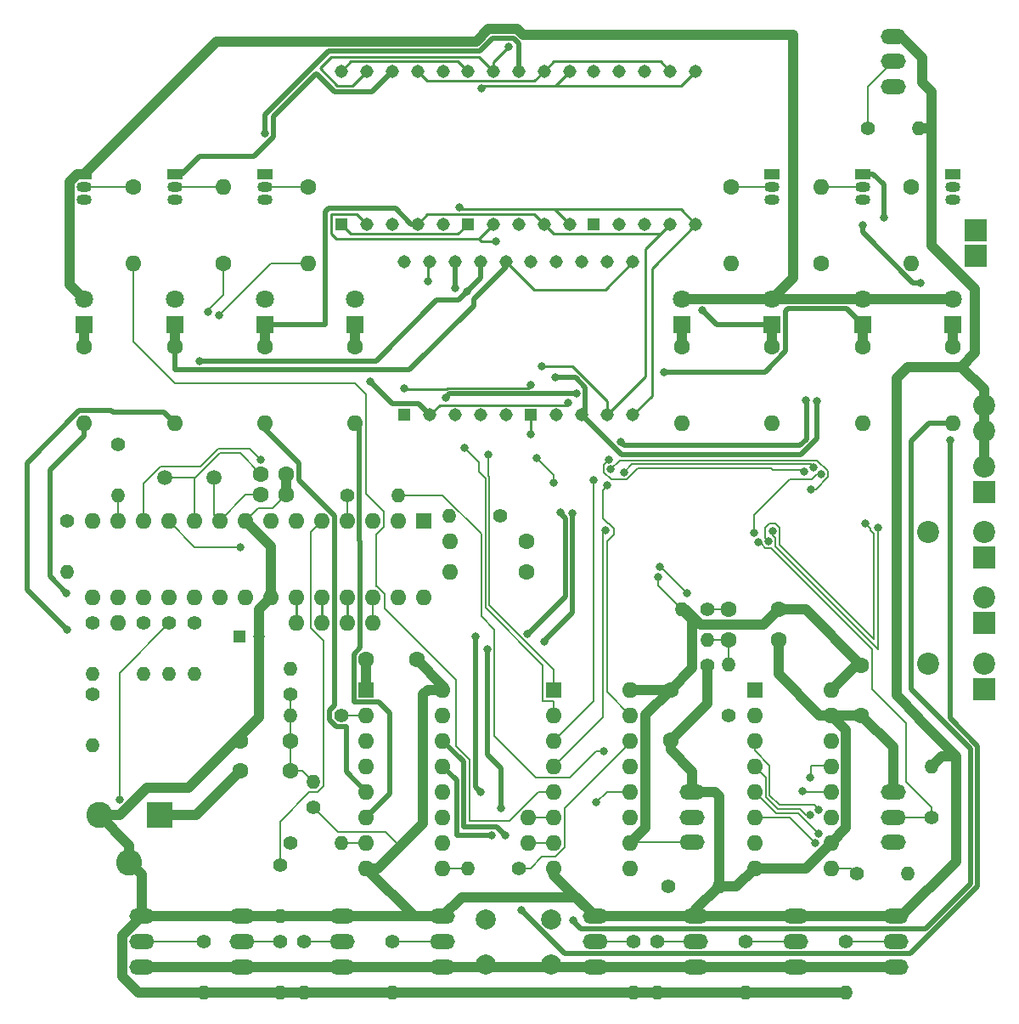
<source format=gbr>
%TF.GenerationSoftware,KiCad,Pcbnew,7.0.10*%
%TF.CreationDate,2024-03-01T17:05:21+01:00*%
%TF.ProjectId,8_switch_rgb_pcb_revision_1,385f7377-6974-4636-985f-7267625f7063,rev?*%
%TF.SameCoordinates,Original*%
%TF.FileFunction,Copper,L1,Top*%
%TF.FilePolarity,Positive*%
%FSLAX46Y46*%
G04 Gerber Fmt 4.6, Leading zero omitted, Abs format (unit mm)*
G04 Created by KiCad (PCBNEW 7.0.10) date 2024-03-01 17:05:21*
%MOMM*%
%LPD*%
G01*
G04 APERTURE LIST*
%TA.AperFunction,ComponentPad*%
%ADD10R,2.200000X2.200000*%
%TD*%
%TA.AperFunction,ComponentPad*%
%ADD11C,2.200000*%
%TD*%
%TA.AperFunction,ComponentPad*%
%ADD12C,1.400000*%
%TD*%
%TA.AperFunction,ComponentPad*%
%ADD13O,1.400000X1.400000*%
%TD*%
%TA.AperFunction,ComponentPad*%
%ADD14C,1.600000*%
%TD*%
%TA.AperFunction,ComponentPad*%
%ADD15O,2.500000X1.500000*%
%TD*%
%TA.AperFunction,ComponentPad*%
%ADD16R,1.800000X1.800000*%
%TD*%
%TA.AperFunction,ComponentPad*%
%ADD17C,1.800000*%
%TD*%
%TA.AperFunction,ComponentPad*%
%ADD18R,1.500000X1.050000*%
%TD*%
%TA.AperFunction,ComponentPad*%
%ADD19O,1.500000X1.050000*%
%TD*%
%TA.AperFunction,ComponentPad*%
%ADD20O,1.600000X1.600000*%
%TD*%
%TA.AperFunction,ComponentPad*%
%ADD21R,2.600000X2.600000*%
%TD*%
%TA.AperFunction,ComponentPad*%
%ADD22C,2.600000*%
%TD*%
%TA.AperFunction,ComponentPad*%
%ADD23R,1.308000X1.308000*%
%TD*%
%TA.AperFunction,ComponentPad*%
%ADD24C,1.308000*%
%TD*%
%TA.AperFunction,ComponentPad*%
%ADD25R,1.200000X1.200000*%
%TD*%
%TA.AperFunction,ComponentPad*%
%ADD26C,1.200000*%
%TD*%
%TA.AperFunction,ComponentPad*%
%ADD27R,1.600000X1.600000*%
%TD*%
%TA.AperFunction,ComponentPad*%
%ADD28C,2.000000*%
%TD*%
%TA.AperFunction,ComponentPad*%
%ADD29C,1.500000*%
%TD*%
%TA.AperFunction,ViaPad*%
%ADD30C,0.800000*%
%TD*%
%TA.AperFunction,Conductor*%
%ADD31C,1.000000*%
%TD*%
%TA.AperFunction,Conductor*%
%ADD32C,0.500000*%
%TD*%
%TA.AperFunction,Conductor*%
%ADD33C,0.200000*%
%TD*%
%TA.AperFunction,Conductor*%
%ADD34C,0.250000*%
%TD*%
G04 APERTURE END LIST*
D10*
%TO.P,,1,Pin_1*%
%TO.N,+5V*%
X203040000Y-74640000D03*
%TD*%
%TO.P,,1,Pin_1*%
%TO.N,+5V*%
X203040000Y-77180000D03*
%TD*%
D11*
%TO.P,,2,Pin_2*%
%TO.N,GND*%
X203880000Y-92040000D03*
%TD*%
%TO.P,,2,Pin_2*%
%TO.N,GND*%
X203880000Y-94580000D03*
%TD*%
D12*
%TO.P,R18,1*%
%TO.N,Net-(MCU_1-PD2)*%
X140385000Y-101060000D03*
D13*
%TO.P,R18,2*%
%TO.N,Net-(U_Trans1-~{OE})*%
X145465000Y-101060000D03*
%TD*%
D12*
%TO.P,R16,1*%
%TO.N,Net-(MCU_1-PB4)*%
X122605000Y-113760000D03*
D13*
%TO.P,R16,2*%
%TO.N,GND*%
X122605000Y-118840000D03*
%TD*%
D14*
%TO.P,CU_BUTTONS1,1*%
%TO.N,GND*%
X191660000Y-122940000D03*
%TO.P,CU_BUTTONS1,2*%
%TO.N,+5V*%
X191660000Y-117940000D03*
%TD*%
D15*
%TO.P,SW__WR1,1,A*%
%TO.N,GND*%
X194820000Y-130600000D03*
%TO.P,SW__WR1,2,B*%
%TO.N,Net-(MCU_1-PC4)*%
X194820000Y-133100000D03*
%TO.P,SW__WR1,3,C*%
%TO.N,+5V*%
X194820000Y-135600000D03*
%TD*%
D14*
%TO.P,C1,1*%
%TO.N,GND*%
X134310000Y-101000000D03*
%TO.P,C1,2*%
%TO.N,Net-(MCU_1-XTAL1{slash}PB6)*%
X131810000Y-101000000D03*
%TD*%
D10*
%TO.P,PWR_Screw1,1,Pin_1*%
%TO.N,+5V*%
X203880000Y-100700000D03*
D11*
%TO.P,PWR_Screw1,2,Pin_2*%
%TO.N,GND*%
X203880000Y-98160000D03*
%TD*%
D15*
%TO.P,SW0,1,A*%
%TO.N,GND*%
X119880000Y-143000000D03*
%TO.P,SW0,2,B*%
%TO.N,Net-(SW0-B)*%
X119880000Y-145500000D03*
%TO.P,SW0,3,C*%
%TO.N,+5V*%
X119880000Y-148000000D03*
%TD*%
D12*
%TO.P,R23,1*%
%TO.N,GND*%
X176310000Y-117950000D03*
D13*
%TO.P,R23,2*%
%TO.N,Net-(C_TERM_GND0-Pad2)*%
X176310000Y-115410000D03*
%TD*%
D10*
%TO.P,RGB1,1,Pin_1*%
%TO.N,Net-(RGB1-Pin_1)*%
X203880000Y-107240000D03*
D11*
%TO.P,RGB1,2,Pin_2*%
%TO.N,unconnected-(RGB1-Pin_2-Pad2)*%
X203880000Y-104700000D03*
%TD*%
D12*
%TO.P,R38,1*%
%TO.N,Net-(C_TERM_GND1-Pad2)*%
X134730000Y-120840000D03*
D13*
%TO.P,R38,2*%
%TO.N,+5V*%
X134730000Y-118300000D03*
%TD*%
D16*
%TO.P,D5,1,K*%
%TO.N,Net-(D5-K)*%
X182780000Y-84030000D03*
D17*
%TO.P,D5,2,A*%
%TO.N,Net-(D0-A)*%
X182780000Y-81490000D03*
%TD*%
D18*
%TO.P,T_DEC_0,1,E*%
%TO.N,Net-(T_DEC_0-E)*%
X123180000Y-69030000D03*
D19*
%TO.P,T_DEC_0,2,B*%
%TO.N,Net-(T_DEC_0-B)*%
X123180000Y-70300000D03*
%TO.P,T_DEC_0,3,C*%
%TO.N,+5V*%
X123180000Y-71570000D03*
%TD*%
D14*
%TO.P,R2,1*%
%TO.N,Net-(T_DEC_1-B)*%
X136540000Y-70300000D03*
D20*
%TO.P,R2,2*%
%TO.N,Net-(U_Trans1-QB)*%
X136540000Y-77920000D03*
%TD*%
D12*
%TO.P,R44,1*%
%TO.N,Net-(U2-Q7)*%
X191170000Y-138750000D03*
D13*
%TO.P,R44,2*%
%TO.N,Net-(MCU_1-PB4)*%
X196250000Y-138750000D03*
%TD*%
D21*
%TO.P,DC-In1,1*%
%TO.N,+5V*%
X121680000Y-132900000D03*
D22*
%TO.P,DC-In1,2*%
%TO.N,GND*%
X115680000Y-132900000D03*
%TO.P,DC-In1,3*%
X118680000Y-137600000D03*
%TD*%
D14*
%TO.P,C_DRAIN0,1*%
%TO.N,+5V*%
X172660000Y-120400000D03*
%TO.P,C_DRAIN0,2*%
%TO.N,GND*%
X172660000Y-125400000D03*
%TD*%
D12*
%TO.P,R29,1*%
%TO.N,Net-(SW6-B)*%
X180120000Y-145500000D03*
D13*
%TO.P,R29,2*%
%TO.N,GND*%
X180120000Y-150580000D03*
%TD*%
D12*
%TO.P,R32,1*%
%TO.N,Net-(SW1-B)*%
X133680000Y-145500000D03*
D13*
%TO.P,R32,2*%
%TO.N,GND*%
X133680000Y-150580000D03*
%TD*%
D14*
%TO.P,C_TERM_VCC0,1*%
%TO.N,Net-(C_TERM_GND0-Pad2)*%
X178410000Y-112410000D03*
%TO.P,C_TERM_VCC0,2*%
%TO.N,+5V*%
X183410000Y-112410000D03*
%TD*%
D23*
%TO.P,hex_1,1*%
%TO.N,Net-(D4-K)*%
X158700000Y-93020000D03*
D24*
%TO.P,hex_1,2*%
%TO.N,Net-(D3-K)*%
X161240000Y-93020000D03*
%TO.P,hex_1,3,CA*%
%TO.N,Net-(T_HEX_1-E)*%
X163780000Y-93020000D03*
%TO.P,hex_1,4*%
%TO.N,Net-(D2-K)*%
X166320000Y-93020000D03*
%TO.P,hex_1,5*%
%TO.N,Net-(D7-K)*%
X168860000Y-93020000D03*
%TO.P,hex_1,6*%
%TO.N,Net-(D1-K)*%
X168860000Y-77780000D03*
%TO.P,hex_1,7*%
%TO.N,Net-(D0-K)*%
X166320000Y-77780000D03*
%TO.P,hex_1,8,CA*%
%TO.N,Net-(T_HEX_1-E)*%
X163780000Y-77780000D03*
%TO.P,hex_1,9*%
%TO.N,Net-(D5-K)*%
X161240000Y-77780000D03*
%TO.P,hex_1,10*%
%TO.N,Net-(D6-K)*%
X158700000Y-77780000D03*
%TD*%
D14*
%TO.P,R19,1*%
%TO.N,Net-(T_HEX_1-B)*%
X196640000Y-70300000D03*
D20*
%TO.P,R19,2*%
%TO.N,Net-(U_Trans1-QE)*%
X196640000Y-77920000D03*
%TD*%
D12*
%TO.P,R35,1*%
%TO.N,Net-(C_TERM_GND0-Pad2)*%
X176310000Y-112410000D03*
D13*
%TO.P,R35,2*%
%TO.N,+5V*%
X173770000Y-112410000D03*
%TD*%
D16*
%TO.P,D7,1,K*%
%TO.N,Net-(D7-K)*%
X200780000Y-84030000D03*
D17*
%TO.P,D7,2,A*%
%TO.N,Net-(D0-A)*%
X200780000Y-81490000D03*
%TD*%
D16*
%TO.P,D4,1,K*%
%TO.N,Net-(D4-K)*%
X173780000Y-84030000D03*
D17*
%TO.P,D4,2,A*%
%TO.N,Net-(D0-A)*%
X173780000Y-81490000D03*
%TD*%
D14*
%TO.P,R20,1*%
%TO.N,Net-(RGB1-Pin_1)*%
X158275000Y-105650000D03*
D20*
%TO.P,R20,2*%
%TO.N,Net-(MCU_1-PD4)*%
X150655000Y-105650000D03*
%TD*%
D18*
%TO.P,T_HEX_0,1,E*%
%TO.N,Net-(T_HEX_0-E)*%
X191780000Y-69030000D03*
D19*
%TO.P,T_HEX_0,2,B*%
%TO.N,Net-(T_HEX_0-B)*%
X191780000Y-70300000D03*
%TO.P,T_HEX_0,3,C*%
%TO.N,+5V*%
X191780000Y-71570000D03*
%TD*%
D18*
%TO.P,T_LED1,1,E*%
%TO.N,Net-(D0-A)*%
X114180000Y-69030000D03*
D19*
%TO.P,T_LED1,2,B*%
%TO.N,Net-(T_LED1-B)*%
X114180000Y-70300000D03*
%TO.P,T_LED1,3,C*%
%TO.N,+5V*%
X114180000Y-71570000D03*
%TD*%
D15*
%TO.P,SW6,1,A*%
%TO.N,GND*%
X185120000Y-143000000D03*
%TO.P,SW6,2,B*%
%TO.N,Net-(SW6-B)*%
X185120000Y-145500000D03*
%TO.P,SW6,3,C*%
%TO.N,+5V*%
X185120000Y-148000000D03*
%TD*%
D14*
%TO.P,R6,1*%
%TO.N,Net-(D6-K)*%
X191780000Y-86230000D03*
D20*
%TO.P,R6,2*%
%TO.N,Net-(U_Drain1-DRAIN6)*%
X191780000Y-93850000D03*
%TD*%
D14*
%TO.P,R7,1*%
%TO.N,Net-(D1-K)*%
X123180000Y-86230000D03*
D20*
%TO.P,R7,2*%
%TO.N,Net-(U_Drain1-DRAIN1)*%
X123180000Y-93850000D03*
%TD*%
D14*
%TO.P,R4,1*%
%TO.N,Net-(T_LED1-B)*%
X119040000Y-70300000D03*
D20*
%TO.P,R4,2*%
%TO.N,Net-(U_Trans1-QF)*%
X119040000Y-77920000D03*
%TD*%
D15*
%TO.P,SW_Serr1,1,A*%
%TO.N,GND*%
X194840000Y-55290000D03*
%TO.P,SW_Serr1,2,B*%
%TO.N,Net-(MCU_1-PC5)*%
X194840000Y-57790000D03*
%TO.P,SW_Serr1,3,C*%
%TO.N,+5V*%
X194840000Y-60290000D03*
%TD*%
D12*
%TO.P,R45,1*%
%TO.N,Net-(U_Trans1-SER)*%
X157490000Y-138180000D03*
D13*
%TO.P,R45,2*%
%TO.N,Net-(U_Drain1-SER_OUT)*%
X152410000Y-138180000D03*
%TD*%
D12*
%TO.P,R31,1*%
%TO.N,Net-(SW2-B)*%
X136080000Y-145500000D03*
D13*
%TO.P,R31,2*%
%TO.N,GND*%
X136080000Y-150580000D03*
%TD*%
D12*
%TO.P,R36,1*%
%TO.N,Net-(U_Drain1-SER_IN)*%
X139810000Y-122940000D03*
D13*
%TO.P,R36,2*%
%TO.N,Net-(C_TERM_GND1-Pad2)*%
X134730000Y-122940000D03*
%TD*%
D25*
%TO.P,C_MCU1,1*%
%TO.N,+5V*%
X129620000Y-115090000D03*
D26*
%TO.P,C_MCU1,2*%
%TO.N,GND*%
X131620000Y-115090000D03*
%TD*%
D27*
%TO.P,U2,1,~{PL}*%
%TO.N,Net-(U2-~{PL})*%
X181010000Y-120400000D03*
D20*
%TO.P,U2,2,CP*%
%TO.N,Net-(U2-CP)*%
X181010000Y-122940000D03*
%TO.P,U2,3,D4*%
%TO.N,Net-(SW4-B)*%
X181010000Y-125480000D03*
%TO.P,U2,4,D5*%
%TO.N,Net-(SW5-B)*%
X181010000Y-128020000D03*
%TO.P,U2,5,D6*%
%TO.N,Net-(SW6-B)*%
X181010000Y-130560000D03*
%TO.P,U2,6,D7*%
%TO.N,Net-(SW7-B)*%
X181010000Y-133100000D03*
%TO.P,U2,7,~{Q7}*%
%TO.N,unconnected-(U2-~{Q7}-Pad7)*%
X181010000Y-135640000D03*
%TO.P,U2,8,GND*%
%TO.N,GND*%
X181010000Y-138180000D03*
%TO.P,U2,9,Q7*%
%TO.N,Net-(U2-Q7)*%
X188630000Y-138180000D03*
%TO.P,U2,10,DS*%
%TO.N,GND*%
X188630000Y-135640000D03*
%TO.P,U2,11,D0*%
%TO.N,Net-(SW0-B)*%
X188630000Y-133100000D03*
%TO.P,U2,12,D1*%
%TO.N,Net-(SW1-B)*%
X188630000Y-130560000D03*
%TO.P,U2,13,D2*%
%TO.N,Net-(SW2-B)*%
X188630000Y-128020000D03*
%TO.P,U2,14,D3*%
%TO.N,Net-(SW3-B)*%
X188630000Y-125480000D03*
%TO.P,U2,15,~{CE}*%
%TO.N,GND*%
X188630000Y-122940000D03*
%TO.P,U2,16,VCC*%
%TO.N,+5V*%
X188630000Y-120400000D03*
%TD*%
D12*
%TO.P,R25,1*%
%TO.N,Net-(MCU_1-PC4)*%
X198660000Y-133100000D03*
D13*
%TO.P,R25,2*%
%TO.N,GND*%
X198660000Y-128020000D03*
%TD*%
D12*
%TO.P,R39,1*%
%TO.N,Net-(U_Trans1-RCLK)*%
X114985000Y-120840000D03*
D13*
%TO.P,R39,2*%
%TO.N,Net-(U_Drain1-RCLK)*%
X114985000Y-125920000D03*
%TD*%
D23*
%TO.P,decimal_0,1*%
%TO.N,Net-(D4-K)*%
X139800000Y-74020000D03*
D24*
%TO.P,decimal_0,2*%
%TO.N,Net-(D3-K)*%
X142340000Y-74020000D03*
%TO.P,decimal_0,3,CA*%
%TO.N,Net-(T_DEC_0-E)*%
X144880000Y-74020000D03*
%TO.P,decimal_0,4*%
%TO.N,Net-(D2-K)*%
X147420000Y-74020000D03*
%TO.P,decimal_0,5*%
%TO.N,Net-(D7-K)*%
X149960000Y-74020000D03*
%TO.P,decimal_0,6*%
%TO.N,Net-(D1-K)*%
X149960000Y-58780000D03*
%TO.P,decimal_0,7*%
%TO.N,Net-(D0-K)*%
X147420000Y-58780000D03*
%TO.P,decimal_0,8,CA*%
%TO.N,Net-(T_DEC_0-E)*%
X144880000Y-58780000D03*
%TO.P,decimal_0,9*%
%TO.N,Net-(D5-K)*%
X142340000Y-58780000D03*
%TO.P,decimal_0,10*%
%TO.N,Net-(D6-K)*%
X139800000Y-58780000D03*
%TD*%
D28*
%TO.P,SW_N1,1,1*%
%TO.N,Net-(MCU_1-PD3)*%
X154230000Y-143275000D03*
X160730000Y-143275000D03*
%TO.P,SW_N1,2,2*%
%TO.N,+5V*%
X154230000Y-147775000D03*
X160730000Y-147775000D03*
%TD*%
D12*
%TO.P,R26,1*%
%TO.N,Net-(MCU_1-PC5)*%
X192270000Y-64430000D03*
D13*
%TO.P,R26,2*%
%TO.N,GND*%
X197350000Y-64430000D03*
%TD*%
D12*
%TO.P,R24,1*%
%TO.N,Net-(MCU_1-PD6)*%
X172380000Y-139970000D03*
D13*
%TO.P,R24,2*%
%TO.N,GND*%
X177460000Y-139970000D03*
%TD*%
D12*
%TO.P,R17,1*%
%TO.N,+5V*%
X155635000Y-103100000D03*
D13*
%TO.P,R17,2*%
%TO.N,Net-(MCU_1-~{RESET}{slash}PC6)*%
X150555000Y-103100000D03*
%TD*%
D12*
%TO.P,R33,1*%
%TO.N,Net-(SW7-B)*%
X190120000Y-145500000D03*
D13*
%TO.P,R33,2*%
%TO.N,GND*%
X190120000Y-150580000D03*
%TD*%
D15*
%TO.P,SW1,1,A*%
%TO.N,GND*%
X129880000Y-143000000D03*
%TO.P,SW1,2,B*%
%TO.N,Net-(SW1-B)*%
X129880000Y-145500000D03*
%TO.P,SW1,3,C*%
%TO.N,+5V*%
X129880000Y-148000000D03*
%TD*%
%TO.P,SW_Mem1,1,A*%
%TO.N,GND*%
X174820000Y-130600000D03*
%TO.P,SW_Mem1,2,B*%
%TO.N,Net-(MCU_1-PD6)*%
X174820000Y-133100000D03*
%TO.P,SW_Mem1,3,C*%
%TO.N,+5V*%
X174820000Y-135600000D03*
%TD*%
D16*
%TO.P,D3,1,K*%
%TO.N,Net-(D3-K)*%
X141180000Y-84030000D03*
D17*
%TO.P,D3,2,A*%
%TO.N,Net-(D0-A)*%
X141180000Y-81490000D03*
%TD*%
D12*
%TO.P,R43,1*%
%TO.N,Net-(MCU_1-PB0)*%
X112445000Y-103600000D03*
D13*
%TO.P,R43,2*%
%TO.N,Net-(U_Drain1-RCLK)*%
X112445000Y-108680000D03*
%TD*%
D16*
%TO.P,D1,1,K*%
%TO.N,Net-(D1-K)*%
X123180000Y-84030000D03*
D17*
%TO.P,D1,2,A*%
%TO.N,Net-(D0-A)*%
X123180000Y-81490000D03*
%TD*%
D14*
%TO.P,C2,1*%
%TO.N,Net-(MCU_1-XTAL2{slash}PB7)*%
X131810000Y-98900000D03*
%TO.P,C2,2*%
%TO.N,GND*%
X134310000Y-98900000D03*
%TD*%
D27*
%TO.P,U_Trans1,1,QB*%
%TO.N,Net-(U_Trans1-QB)*%
X161010000Y-120400000D03*
D20*
%TO.P,U_Trans1,2,QC*%
%TO.N,Net-(U_Trans1-QC)*%
X161010000Y-122940000D03*
%TO.P,U_Trans1,3,QD*%
%TO.N,Net-(U_Trans1-QD)*%
X161010000Y-125480000D03*
%TO.P,U_Trans1,4,QE*%
%TO.N,Net-(U_Trans1-QE)*%
X161010000Y-128020000D03*
%TO.P,U_Trans1,5,QF*%
%TO.N,Net-(U_Trans1-QF)*%
X161010000Y-130560000D03*
%TO.P,U_Trans1,6,QG*%
%TO.N,unconnected-(U_Trans1-QG-Pad6)*%
X161010000Y-133100000D03*
%TO.P,U_Trans1,7,QH*%
%TO.N,unconnected-(U_Trans1-QH-Pad7)*%
X161010000Y-135640000D03*
%TO.P,U_Trans1,8,GND*%
%TO.N,GND*%
X161010000Y-138180000D03*
%TO.P,U_Trans1,9,QH'*%
%TO.N,unconnected-(U_Trans1-QH'-Pad9)*%
X168630000Y-138180000D03*
%TO.P,U_Trans1,10,~{SRCLR}*%
%TO.N,+5V*%
X168630000Y-135640000D03*
%TO.P,U_Trans1,11,SRCLK*%
%TO.N,Net-(U2-CP)*%
X168630000Y-133100000D03*
%TO.P,U_Trans1,12,RCLK*%
%TO.N,Net-(U_Trans1-RCLK)*%
X168630000Y-130560000D03*
%TO.P,U_Trans1,13,~{OE}*%
%TO.N,Net-(U_Trans1-~{OE})*%
X168630000Y-128020000D03*
%TO.P,U_Trans1,14,SER*%
%TO.N,Net-(U_Trans1-SER)*%
X168630000Y-125480000D03*
%TO.P,U_Trans1,15,QA*%
%TO.N,Net-(U_Trans1-QA)*%
X168630000Y-122940000D03*
%TO.P,U_Trans1,16,VCC*%
%TO.N,+5V*%
X168630000Y-120400000D03*
%TD*%
D16*
%TO.P,D0,1,K*%
%TO.N,Net-(D0-K)*%
X114180000Y-84030000D03*
D17*
%TO.P,D0,2,A*%
%TO.N,Net-(D0-A)*%
X114180000Y-81490000D03*
%TD*%
D13*
%TO.P,R40,2*%
%TO.N,Net-(U2-CP)*%
X125145000Y-118840000D03*
D12*
%TO.P,R40,1*%
%TO.N,Net-(MCU_1-PB5)*%
X125145000Y-113760000D03*
%TD*%
D16*
%TO.P,D6,1,K*%
%TO.N,Net-(D6-K)*%
X191780000Y-84030000D03*
D17*
%TO.P,D6,2,A*%
%TO.N,Net-(D0-A)*%
X191780000Y-81490000D03*
%TD*%
D12*
%TO.P,R37,1*%
%TO.N,GND*%
X137040000Y-132120000D03*
D13*
%TO.P,R37,2*%
%TO.N,Net-(C_TERM_GND1-Pad2)*%
X137040000Y-129580000D03*
%TD*%
D12*
%TO.P,R41,1*%
%TO.N,Net-(MCU_1-PB3)*%
X120065000Y-113760000D03*
D13*
%TO.P,R41,2*%
%TO.N,Net-(U_Drain1-SER_IN)*%
X120065000Y-118840000D03*
%TD*%
D14*
%TO.P,R21,1*%
%TO.N,Net-(RGB2-Pin_1)*%
X158275000Y-108650000D03*
D20*
%TO.P,R21,2*%
%TO.N,Net-(MCU_1-PD5)*%
X150655000Y-108650000D03*
%TD*%
D12*
%TO.P,R46,1*%
%TO.N,Net-(U2-~{PL})*%
X117525000Y-95980000D03*
D13*
%TO.P,R46,2*%
%TO.N,Net-(MCU_1-PD7)*%
X117525000Y-101060000D03*
%TD*%
D27*
%TO.P,MCU_1,1,~{RESET}/PC6*%
%TO.N,Net-(MCU_1-~{RESET}{slash}PC6)*%
X148005000Y-103600000D03*
D20*
%TO.P,MCU_1,2,PD0*%
%TO.N,Net-(MCU_1-PD0)*%
X145465000Y-103600000D03*
%TO.P,MCU_1,3,PD1*%
%TO.N,Net-(MCU_1-PD1)*%
X142925000Y-103600000D03*
%TO.P,MCU_1,4,PD2*%
%TO.N,Net-(MCU_1-PD2)*%
X140385000Y-103600000D03*
%TO.P,MCU_1,5,PD3*%
%TO.N,Net-(MCU_1-PD3)*%
X137845000Y-103600000D03*
%TO.P,MCU_1,6,PD4*%
%TO.N,Net-(MCU_1-PD4)*%
X135305000Y-103600000D03*
%TO.P,MCU_1,7,VCC*%
%TO.N,+5V*%
X132765000Y-103600000D03*
%TO.P,MCU_1,8,GND*%
%TO.N,GND*%
X130225000Y-103600000D03*
%TO.P,MCU_1,9,XTAL1/PB6*%
%TO.N,Net-(MCU_1-XTAL1{slash}PB6)*%
X127685000Y-103600000D03*
%TO.P,MCU_1,10,XTAL2/PB7*%
%TO.N,Net-(MCU_1-XTAL2{slash}PB7)*%
X125145000Y-103600000D03*
%TO.P,MCU_1,11,PD5*%
%TO.N,Net-(MCU_1-PD5)*%
X122605000Y-103600000D03*
%TO.P,MCU_1,12,PD6*%
%TO.N,Net-(MCU_1-PD6)*%
X120065000Y-103600000D03*
%TO.P,MCU_1,13,PD7*%
%TO.N,Net-(MCU_1-PD7)*%
X117525000Y-103600000D03*
%TO.P,MCU_1,14,PB0*%
%TO.N,Net-(MCU_1-PB0)*%
X114985000Y-103600000D03*
%TO.P,MCU_1,15,PB1*%
%TO.N,Net-(MCU_1-PB1)*%
X114985000Y-111220000D03*
%TO.P,MCU_1,16,PB2*%
%TO.N,unconnected-(MCU_1-PB2-Pad16)*%
X117525000Y-111220000D03*
%TO.P,MCU_1,17,PB3*%
%TO.N,Net-(MCU_1-PB3)*%
X120065000Y-111220000D03*
%TO.P,MCU_1,18,PB4*%
%TO.N,Net-(MCU_1-PB4)*%
X122605000Y-111220000D03*
%TO.P,MCU_1,19,PB5*%
%TO.N,Net-(MCU_1-PB5)*%
X125145000Y-111220000D03*
%TO.P,MCU_1,20,AVCC*%
%TO.N,+5V*%
X127685000Y-111220000D03*
%TO.P,MCU_1,21,AREF*%
%TO.N,unconnected-(MCU_1-AREF-Pad21)*%
X130225000Y-111220000D03*
%TO.P,MCU_1,22,GND*%
%TO.N,GND*%
X132765000Y-111220000D03*
%TO.P,MCU_1,23,PC0*%
%TO.N,unconnected-(MCU_1-PC0-Pad23)*%
X135305000Y-111220000D03*
%TO.P,MCU_1,24,PC1*%
%TO.N,unconnected-(MCU_1-PC1-Pad24)*%
X137845000Y-111220000D03*
%TO.P,MCU_1,25,PC2*%
%TO.N,unconnected-(MCU_1-PC2-Pad25)*%
X140385000Y-111220000D03*
%TO.P,MCU_1,26,PC3*%
%TO.N,unconnected-(MCU_1-PC3-Pad26)*%
X142925000Y-111220000D03*
%TO.P,MCU_1,27,PC4*%
%TO.N,Net-(MCU_1-PC4)*%
X145465000Y-111220000D03*
%TO.P,MCU_1,28,PC5*%
%TO.N,Net-(MCU_1-PC5)*%
X148005000Y-111220000D03*
%TD*%
D12*
%TO.P,R27,1*%
%TO.N,Net-(SW4-B)*%
X168920000Y-145500000D03*
D13*
%TO.P,R27,2*%
%TO.N,GND*%
X168920000Y-150580000D03*
%TD*%
D16*
%TO.P,D2,1,K*%
%TO.N,Net-(D2-K)*%
X132180000Y-84030000D03*
D17*
%TO.P,D2,2,A*%
%TO.N,Net-(D0-A)*%
X132180000Y-81490000D03*
%TD*%
D23*
%TO.P,decimal_2,1*%
%TO.N,Net-(D4-K)*%
X165000000Y-74020000D03*
D24*
%TO.P,decimal_2,2*%
%TO.N,Net-(D3-K)*%
X167540000Y-74020000D03*
%TO.P,decimal_2,3,CA*%
%TO.N,Net-(T_DEC_2-E)*%
X170080000Y-74020000D03*
%TO.P,decimal_2,4*%
%TO.N,Net-(D2-K)*%
X172620000Y-74020000D03*
%TO.P,decimal_2,5*%
%TO.N,Net-(D7-K)*%
X175160000Y-74020000D03*
%TO.P,decimal_2,6*%
%TO.N,Net-(D1-K)*%
X175160000Y-58780000D03*
%TO.P,decimal_2,7*%
%TO.N,Net-(D0-K)*%
X172620000Y-58780000D03*
%TO.P,decimal_2,8,CA*%
%TO.N,Net-(T_DEC_2-E)*%
X170080000Y-58780000D03*
%TO.P,decimal_2,9*%
%TO.N,Net-(D5-K)*%
X167540000Y-58780000D03*
%TO.P,decimal_2,10*%
%TO.N,Net-(D6-K)*%
X165000000Y-58780000D03*
%TD*%
D12*
%TO.P,R14,1*%
%TO.N,+5V*%
X134730000Y-135640000D03*
D13*
%TO.P,R14,2*%
%TO.N,Net-(U_Drain1-~{CLR})*%
X139810000Y-135640000D03*
%TD*%
D14*
%TO.P,R12,1*%
%TO.N,Net-(D3-K)*%
X141180000Y-86230000D03*
D20*
%TO.P,R12,2*%
%TO.N,Net-(U_Drain1-DRAIN3)*%
X141180000Y-93850000D03*
%TD*%
D14*
%TO.P,C_TERM_VCC1,1*%
%TO.N,Net-(C_TERM_GND1-Pad2)*%
X134730000Y-128490000D03*
%TO.P,C_TERM_VCC1,2*%
%TO.N,+5V*%
X129730000Y-128490000D03*
%TD*%
D12*
%TO.P,R15,1*%
%TO.N,Net-(MCU_1-PD3)*%
X133680000Y-137920000D03*
D13*
%TO.P,R15,2*%
%TO.N,GND*%
X133680000Y-143000000D03*
%TD*%
D18*
%TO.P,T_DEC_1,1,E*%
%TO.N,Net-(T_DEC_1-E)*%
X132180000Y-69030000D03*
D19*
%TO.P,T_DEC_1,2,B*%
%TO.N,Net-(T_DEC_1-B)*%
X132180000Y-70300000D03*
%TO.P,T_DEC_1,3,C*%
%TO.N,+5V*%
X132180000Y-71570000D03*
%TD*%
D14*
%TO.P,R3,1*%
%TO.N,Net-(T_DEC_2-B)*%
X178640000Y-70300000D03*
D20*
%TO.P,R3,2*%
%TO.N,Net-(U_Trans1-QA)*%
X178640000Y-77920000D03*
%TD*%
D15*
%TO.P,SW4,1,A*%
%TO.N,GND*%
X165120000Y-143000000D03*
%TO.P,SW4,2,B*%
%TO.N,Net-(SW4-B)*%
X165120000Y-145500000D03*
%TO.P,SW4,3,C*%
%TO.N,+5V*%
X165120000Y-148000000D03*
%TD*%
D18*
%TO.P,T_DEC_2,1,E*%
%TO.N,Net-(T_DEC_2-E)*%
X182780000Y-69030000D03*
D19*
%TO.P,T_DEC_2,2,B*%
%TO.N,Net-(T_DEC_2-B)*%
X182780000Y-70300000D03*
%TO.P,T_DEC_2,3,C*%
%TO.N,+5V*%
X182780000Y-71570000D03*
%TD*%
D27*
%TO.P,U_Drain1,1,VCC*%
%TO.N,+5V*%
X142310000Y-120400000D03*
D20*
%TO.P,U_Drain1,2,SER_IN*%
%TO.N,Net-(U_Drain1-SER_IN)*%
X142310000Y-122940000D03*
%TO.P,U_Drain1,3,DRAIN0*%
%TO.N,Net-(U_Drain1-DRAIN0)*%
X142310000Y-125480000D03*
%TO.P,U_Drain1,4,DRAIN1*%
%TO.N,Net-(U_Drain1-DRAIN1)*%
X142310000Y-128020000D03*
%TO.P,U_Drain1,5,DRAIN2*%
%TO.N,Net-(U_Drain1-DRAIN2)*%
X142310000Y-130560000D03*
%TO.P,U_Drain1,6,DRAIN3*%
%TO.N,Net-(U_Drain1-DRAIN3)*%
X142310000Y-133100000D03*
%TO.P,U_Drain1,7,~{CLR}*%
%TO.N,Net-(U_Drain1-~{CLR})*%
X142310000Y-135640000D03*
%TO.P,U_Drain1,8,~{G}*%
%TO.N,GND*%
X142310000Y-138180000D03*
%TO.P,U_Drain1,9,SER_OUT*%
%TO.N,Net-(U_Drain1-SER_OUT)*%
X149930000Y-138180000D03*
%TO.P,U_Drain1,10,RCLK*%
%TO.N,Net-(U_Drain1-RCLK)*%
X149930000Y-135640000D03*
%TO.P,U_Drain1,11,DRAIN4*%
%TO.N,Net-(U_Drain1-DRAIN4)*%
X149930000Y-133100000D03*
%TO.P,U_Drain1,12,DRAIN5*%
%TO.N,Net-(U_Drain1-DRAIN5)*%
X149930000Y-130560000D03*
%TO.P,U_Drain1,13,DRAIN6*%
%TO.N,Net-(U_Drain1-DRAIN6)*%
X149930000Y-128020000D03*
%TO.P,U_Drain1,14,DRAIN7*%
%TO.N,Net-(U_Drain1-DRAIN7)*%
X149930000Y-125480000D03*
%TO.P,U_Drain1,15,SRCK*%
%TO.N,Net-(U2-CP)*%
X149930000Y-122940000D03*
%TO.P,U_Drain1,16,GND*%
%TO.N,GND*%
X149930000Y-120400000D03*
%TD*%
D15*
%TO.P,SW2,1,A*%
%TO.N,GND*%
X139880000Y-143000000D03*
%TO.P,SW2,2,B*%
%TO.N,Net-(SW2-B)*%
X139880000Y-145500000D03*
%TO.P,SW2,3,C*%
%TO.N,+5V*%
X139880000Y-148000000D03*
%TD*%
D18*
%TO.P,T_HEX_1,1,E*%
%TO.N,Net-(T_HEX_1-E)*%
X200780000Y-69030000D03*
D19*
%TO.P,T_HEX_1,2,B*%
%TO.N,Net-(T_HEX_1-B)*%
X200780000Y-70300000D03*
%TO.P,T_HEX_1,3,C*%
%TO.N,+5V*%
X200780000Y-71570000D03*
%TD*%
D12*
%TO.P,R22,1*%
%TO.N,Net-(U2-CP)*%
X178410000Y-122940000D03*
D13*
%TO.P,R22,2*%
%TO.N,Net-(C_TERM_GND0-Pad2)*%
X178410000Y-117860000D03*
%TD*%
D14*
%TO.P,R11,1*%
%TO.N,Net-(D7-K)*%
X200780000Y-86230000D03*
D20*
%TO.P,R11,2*%
%TO.N,Net-(U_Drain1-DRAIN7)*%
X200780000Y-93850000D03*
%TD*%
D10*
%TO.P,RGB2,1,Pin_1*%
%TO.N,Net-(RGB2-Pin_1)*%
X203880000Y-120320000D03*
D11*
%TO.P,RGB2,2,Pin_2*%
%TO.N,unconnected-(RGB2-Pin_2-Pad2)*%
X203880000Y-117780000D03*
%TD*%
D10*
%TO.P,Serial_Screw1,1,Pin_1*%
%TO.N,Net-(MCU_1-PD1)*%
X203880000Y-113780000D03*
D11*
%TO.P,Serial_Screw1,2,Pin_2*%
%TO.N,Net-(MCU_1-PD0)*%
X203880000Y-111240000D03*
%TD*%
D15*
%TO.P,SW7,1,A*%
%TO.N,GND*%
X195120000Y-143000000D03*
%TO.P,SW7,2,B*%
%TO.N,Net-(SW7-B)*%
X195120000Y-145500000D03*
%TO.P,SW7,3,C*%
%TO.N,+5V*%
X195120000Y-148000000D03*
%TD*%
D14*
%TO.P,R1,1*%
%TO.N,Net-(U_Trans1-QC)*%
X128040000Y-77920000D03*
D20*
%TO.P,R1,2*%
%TO.N,Net-(T_DEC_0-B)*%
X128040000Y-70300000D03*
%TD*%
D29*
%TO.P,Y1,1,1*%
%TO.N,Net-(MCU_1-XTAL1{slash}PB6)*%
X127090000Y-99230000D03*
%TO.P,Y1,2,2*%
%TO.N,Net-(MCU_1-XTAL2{slash}PB7)*%
X122210000Y-99230000D03*
%TD*%
D14*
%TO.P,C_TERM_GND0,1*%
%TO.N,GND*%
X183410000Y-115410000D03*
%TO.P,C_TERM_GND0,2*%
%TO.N,Net-(C_TERM_GND0-Pad2)*%
X178410000Y-115410000D03*
%TD*%
%TO.P,R8,1*%
%TO.N,Net-(D5-K)*%
X182780000Y-86230000D03*
D20*
%TO.P,R8,2*%
%TO.N,Net-(U_Drain1-DRAIN5)*%
X182780000Y-93850000D03*
%TD*%
D14*
%TO.P,R13,1*%
%TO.N,Net-(U_Trans1-QD)*%
X187640000Y-77920000D03*
D20*
%TO.P,R13,2*%
%TO.N,Net-(T_HEX_0-B)*%
X187640000Y-70300000D03*
%TD*%
D15*
%TO.P,SW5,1,A*%
%TO.N,GND*%
X175120000Y-143000000D03*
%TO.P,SW5,2,B*%
%TO.N,Net-(SW5-B)*%
X175120000Y-145500000D03*
%TO.P,SW5,3,C*%
%TO.N,+5V*%
X175120000Y-148000000D03*
%TD*%
D14*
%TO.P,R5,1*%
%TO.N,Net-(D2-K)*%
X132180000Y-86230000D03*
D20*
%TO.P,R5,2*%
%TO.N,Net-(U_Drain1-DRAIN2)*%
X132180000Y-93850000D03*
%TD*%
D14*
%TO.P,C_TERM_GND1,1*%
%TO.N,GND*%
X129730000Y-125490000D03*
%TO.P,C_TERM_GND1,2*%
%TO.N,Net-(C_TERM_GND1-Pad2)*%
X134730000Y-125490000D03*
%TD*%
%TO.P,C_TRANS1,1*%
%TO.N,+5V*%
X142310000Y-117370000D03*
%TO.P,C_TRANS1,2*%
%TO.N,GND*%
X147310000Y-117370000D03*
%TD*%
%TO.P,R10,1*%
%TO.N,Net-(D4-K)*%
X173780000Y-86230000D03*
D20*
%TO.P,R10,2*%
%TO.N,Net-(U_Drain1-DRAIN4)*%
X173780000Y-93850000D03*
%TD*%
D12*
%TO.P,R34,1*%
%TO.N,Net-(SW0-B)*%
X126080000Y-145500000D03*
D13*
%TO.P,R34,2*%
%TO.N,GND*%
X126080000Y-150580000D03*
%TD*%
D23*
%TO.P,hex_0,1*%
%TO.N,Net-(D4-K)*%
X146100000Y-93020000D03*
D24*
%TO.P,hex_0,2*%
%TO.N,Net-(D3-K)*%
X148640000Y-93020000D03*
%TO.P,hex_0,3,CA*%
%TO.N,Net-(T_HEX_0-E)*%
X151180000Y-93020000D03*
%TO.P,hex_0,4*%
%TO.N,Net-(D2-K)*%
X153720000Y-93020000D03*
%TO.P,hex_0,5*%
%TO.N,Net-(D7-K)*%
X156260000Y-93020000D03*
%TO.P,hex_0,6*%
%TO.N,Net-(D1-K)*%
X156260000Y-77780000D03*
%TO.P,hex_0,7*%
%TO.N,Net-(D0-K)*%
X153720000Y-77780000D03*
%TO.P,hex_0,8,CA*%
%TO.N,Net-(T_HEX_0-E)*%
X151180000Y-77780000D03*
%TO.P,hex_0,9*%
%TO.N,Net-(D5-K)*%
X148640000Y-77780000D03*
%TO.P,hex_0,10*%
%TO.N,Net-(D6-K)*%
X146100000Y-77780000D03*
%TD*%
D14*
%TO.P,R9,1*%
%TO.N,Net-(D0-K)*%
X114180000Y-86230000D03*
D20*
%TO.P,R9,2*%
%TO.N,Net-(U_Drain1-DRAIN0)*%
X114180000Y-93850000D03*
%TD*%
D15*
%TO.P,SW3,1,A*%
%TO.N,GND*%
X149880000Y-143000000D03*
%TO.P,SW3,2,B*%
%TO.N,Net-(SW3-B)*%
X149880000Y-145500000D03*
%TO.P,SW3,3,C*%
%TO.N,+5V*%
X149880000Y-148000000D03*
%TD*%
D12*
%TO.P,R42,1*%
%TO.N,Net-(MCU_1-PB1)*%
X114985000Y-113760000D03*
D13*
%TO.P,R42,2*%
%TO.N,Net-(U_Trans1-RCLK)*%
X114985000Y-118840000D03*
%TD*%
D12*
%TO.P,R28,1*%
%TO.N,Net-(SW3-B)*%
X144880000Y-145500000D03*
D13*
%TO.P,R28,2*%
%TO.N,GND*%
X144880000Y-150580000D03*
%TD*%
D12*
%TO.P,R30,1*%
%TO.N,Net-(SW5-B)*%
X171320000Y-145500000D03*
D13*
%TO.P,R30,2*%
%TO.N,GND*%
X171320000Y-150580000D03*
%TD*%
D23*
%TO.P,decimal_1,1*%
%TO.N,Net-(D4-K)*%
X152400000Y-74020000D03*
D24*
%TO.P,decimal_1,2*%
%TO.N,Net-(D3-K)*%
X154940000Y-74020000D03*
%TO.P,decimal_1,3,CA*%
%TO.N,Net-(T_DEC_1-E)*%
X157480000Y-74020000D03*
%TO.P,decimal_1,4*%
%TO.N,Net-(D2-K)*%
X160020000Y-74020000D03*
%TO.P,decimal_1,5*%
%TO.N,Net-(D7-K)*%
X162560000Y-74020000D03*
%TO.P,decimal_1,6*%
%TO.N,Net-(D1-K)*%
X162560000Y-58780000D03*
%TO.P,decimal_1,7*%
%TO.N,Net-(D0-K)*%
X160020000Y-58780000D03*
%TO.P,decimal_1,8,CA*%
%TO.N,Net-(T_DEC_1-E)*%
X157480000Y-58780000D03*
%TO.P,decimal_1,9*%
%TO.N,Net-(D5-K)*%
X154940000Y-58780000D03*
%TO.P,decimal_1,10*%
%TO.N,Net-(D6-K)*%
X152400000Y-58780000D03*
%TD*%
D20*
%TO.P,,16,PB2*%
%TO.N,unconnected-(MCU_1-PB2-Pad16)*%
X117525000Y-113760000D03*
%TD*%
D11*
%TO.P,,2,Pin_2*%
%TO.N,unconnected-(RGB1-Pin_2-Pad2)*%
X198340000Y-104700000D03*
%TD*%
D20*
%TO.P,,6,QG*%
%TO.N,unconnected-(U_Trans1-QG-Pad6)*%
X158470000Y-133100000D03*
%TD*%
%TO.P,,25,PC2*%
%TO.N,unconnected-(MCU_1-PC2-Pad25)*%
X140385000Y-113760000D03*
%TD*%
%TO.P,,26,PC3*%
%TO.N,unconnected-(MCU_1-PC3-Pad26)*%
X142925000Y-113760000D03*
%TD*%
D11*
%TO.P,,2,Pin_2*%
%TO.N,unconnected-(RGB2-Pin_2-Pad2)*%
X198340000Y-117780000D03*
%TD*%
D20*
%TO.P,,7,QH*%
%TO.N,unconnected-(U_Trans1-QH-Pad7)*%
X158470000Y-135640000D03*
%TD*%
%TO.P,,23,PC0*%
%TO.N,unconnected-(MCU_1-PC0-Pad23)*%
X135305000Y-113760000D03*
%TD*%
%TO.P,,24,PC1*%
%TO.N,unconnected-(MCU_1-PC1-Pad24)*%
X137845000Y-113760000D03*
%TD*%
D30*
%TO.N,Net-(SW2-B)*%
X186570000Y-129140000D03*
%TO.N,Net-(U_Trans1-~{OE})*%
X165940000Y-126530000D03*
%TO.N,Net-(D7-K)*%
X197570000Y-79860000D03*
X191790000Y-74160000D03*
%TO.N,Net-(U_Trans1-QE)*%
X166183073Y-104550000D03*
%TO.N,Net-(SW1-B)*%
X185810000Y-130500000D03*
%TO.N,Net-(SW4-B)*%
X187410000Y-132340000D03*
%TO.N,Net-(SW5-B)*%
X186539267Y-132850733D03*
%TO.N,Net-(SW6-B)*%
X187429851Y-134731268D03*
%TO.N,Net-(SW7-B)*%
X187031497Y-135648503D03*
%TO.N,+5V*%
X171410000Y-109140000D03*
%TO.N,Net-(D1-K)*%
X153820000Y-60484000D03*
%TO.N,Net-(D2-K)*%
X159800000Y-88220000D03*
%TO.N,Net-(D3-K)*%
X142660000Y-89710000D03*
X155250000Y-75724000D03*
X162415000Y-91845000D03*
%TO.N,Net-(D4-K)*%
X146120000Y-90370000D03*
X158700000Y-90070000D03*
X158670000Y-94940000D03*
%TO.N,Net-(D5-K)*%
X148420000Y-79680000D03*
X175820000Y-82590000D03*
X156470000Y-56380000D03*
%TO.N,Net-(D6-K)*%
X163290000Y-90920000D03*
X172000000Y-88735000D03*
X150200000Y-91316000D03*
%TO.N,Net-(D7-K)*%
X151560000Y-72316000D03*
%TO.N,Net-(T_DEC_1-E)*%
X132180000Y-64950000D03*
%TO.N,Net-(T_HEX_1-E)*%
X161120000Y-89310000D03*
X187241041Y-91631041D03*
%TO.N,Net-(MCU_1-PD0)*%
X167980000Y-98770000D03*
X186900000Y-98240000D03*
%TO.N,Net-(MCU_1-PD1)*%
X166674408Y-98456746D03*
X186666372Y-100430000D03*
%TO.N,Net-(MCU_1-PB4)*%
X117677182Y-131367182D03*
%TO.N,Net-(U_Trans1-QC)*%
X152070000Y-96292437D03*
X126490000Y-82770000D03*
%TO.N,Net-(U_Trans1-QB)*%
X127660000Y-83060000D03*
X154460000Y-96956746D03*
%TO.N,Net-(U_Trans1-QA)*%
X166339985Y-100071691D03*
%TO.N,Net-(U_Drain1-DRAIN6)*%
X154840000Y-134920000D03*
X157757195Y-142352805D03*
X200490000Y-95520000D03*
%TO.N,Net-(U_Drain1-DRAIN1)*%
X112490000Y-114460000D03*
%TO.N,Net-(U_Drain1-DRAIN5)*%
X161649975Y-102760025D03*
X158380000Y-114840000D03*
X153740000Y-130580000D03*
X153220000Y-115100000D03*
%TO.N,Net-(U_Drain1-DRAIN0)*%
X112417550Y-110780000D03*
%TO.N,Net-(U_Drain1-DRAIN4)*%
X160080000Y-115630000D03*
X154390000Y-116350000D03*
X155730000Y-132190000D03*
X162840000Y-102850000D03*
%TO.N,Net-(U_Drain1-DRAIN7)*%
X156190000Y-134940000D03*
X162940000Y-143420000D03*
%TO.N,Net-(U_Trans1-QD)*%
X164970000Y-99556746D03*
%TO.N,Net-(MCU_1-PC5)*%
X187645920Y-98905920D03*
X180970000Y-104792260D03*
%TO.N,Net-(RGB2-Pin_1)*%
X182384975Y-105595025D03*
X192089960Y-103870010D03*
%TO.N,Net-(MCU_1-PC4)*%
X181390659Y-105701523D03*
%TO.N,Net-(MCU_1-PD6)*%
X131814560Y-97500005D03*
X185966372Y-98640000D03*
X166460000Y-97480000D03*
%TO.N,Net-(RGB1-Pin_1)*%
X193300000Y-104250000D03*
X182804975Y-104565025D03*
%TO.N,Net-(D0-K)*%
X152360000Y-80730000D03*
X125707653Y-87640000D03*
%TO.N,Net-(T_HEX_0-E)*%
X167646041Y-95683959D03*
X193890000Y-73400000D03*
X151180000Y-80405000D03*
X186140000Y-91530000D03*
%TO.N,Net-(MCU_1-PD5)*%
X129780000Y-106200000D03*
%TO.N,Net-(U_Trans1-RCLK)*%
X165250000Y-131650000D03*
%TO.N,Net-(U2-~{PL})*%
X159310000Y-97356746D03*
X171570000Y-108140000D03*
X160990000Y-99810000D03*
X174280000Y-110780000D03*
%TD*%
D31*
%TO.N,Net-(D0-A)*%
X184880000Y-55160000D02*
X184880000Y-79390000D01*
X157953502Y-55160000D02*
X184880000Y-55160000D01*
X154494416Y-54580000D02*
X157373502Y-54580000D01*
X157373502Y-54580000D02*
X157953502Y-55160000D01*
X127410000Y-55800000D02*
X153274416Y-55800000D01*
X184880000Y-79390000D02*
X182780000Y-81490000D01*
X114180000Y-69030000D02*
X127410000Y-55800000D01*
X153274416Y-55800000D02*
X154494416Y-54580000D01*
%TO.N,GND*%
X195597716Y-55290000D02*
X194840000Y-55290000D01*
X197720000Y-57412284D02*
X195597716Y-55290000D01*
X197720000Y-59930000D02*
X197720000Y-57412284D01*
X198640000Y-64370000D02*
X198640000Y-60850000D01*
X198640000Y-60850000D02*
X197720000Y-59930000D01*
D32*
%TO.N,Net-(U_Drain1-DRAIN6)*%
X200980000Y-142292032D02*
X196572032Y-146700000D01*
X203260000Y-140000000D02*
X200980000Y-142280000D01*
X203260000Y-126000963D02*
X203260000Y-140000000D01*
X200490000Y-123230962D02*
X203260000Y-126000963D01*
X200490000Y-95520000D02*
X200490000Y-123230962D01*
X200980000Y-142280000D02*
X200980000Y-142292032D01*
%TO.N,Net-(U_Drain1-DRAIN7)*%
X198062082Y-144220000D02*
X195990000Y-144220000D01*
X200280000Y-142002082D02*
X198062082Y-144220000D01*
X202560000Y-126290912D02*
X202560000Y-139710050D01*
X196600000Y-120330912D02*
X202560000Y-126290912D01*
X198400000Y-93850000D02*
X196600000Y-95650000D01*
X200280000Y-141990050D02*
X200280000Y-142002082D01*
X200780000Y-93850000D02*
X198400000Y-93850000D01*
X196600000Y-95650000D02*
X196600000Y-120330912D01*
X202560000Y-139710050D02*
X200280000Y-141990050D01*
X162940000Y-143434390D02*
X162940000Y-143420000D01*
X163725610Y-144220000D02*
X162940000Y-143434390D01*
X197320000Y-144220000D02*
X163725610Y-144220000D01*
%TO.N,Net-(U_Drain1-DRAIN6)*%
X162104390Y-146700000D02*
X196572032Y-146700000D01*
X157757195Y-142352805D02*
X162104390Y-146700000D01*
D33*
%TO.N,Net-(MCU_1-PB4)*%
X122640000Y-113760000D02*
X122605000Y-113760000D01*
X117680000Y-118720000D02*
X122640000Y-113760000D01*
X117677182Y-129142818D02*
X117680000Y-129140000D01*
X117677182Y-131367182D02*
X117677182Y-129142818D01*
X117680000Y-129140000D02*
X117680000Y-118720000D01*
D31*
%TO.N,GND*%
X131620000Y-123170000D02*
X131620000Y-115090000D01*
X117700000Y-132900000D02*
X120400000Y-130200000D01*
X124590000Y-130200000D02*
X131620000Y-123170000D01*
X115680000Y-132900000D02*
X117700000Y-132900000D01*
X120400000Y-130200000D02*
X124590000Y-130200000D01*
X198580000Y-64430000D02*
X197350000Y-64430000D01*
X198640000Y-64370000D02*
X198580000Y-64430000D01*
X198640000Y-76140000D02*
X198640000Y-64370000D01*
X203010000Y-80510000D02*
X198640000Y-76140000D01*
X203010000Y-86828428D02*
X203010000Y-80510000D01*
X201608428Y-88230000D02*
X203010000Y-86828428D01*
D33*
%TO.N,Net-(C_TERM_GND0-Pad2)*%
X178410000Y-115410000D02*
X178410000Y-117860000D01*
X176310000Y-115410000D02*
X178410000Y-115410000D01*
%TO.N,Net-(U_Trans1-QD)*%
X164970000Y-121520000D02*
X161010000Y-125480000D01*
X164970000Y-99556746D02*
X164970000Y-121520000D01*
%TO.N,Net-(U_Trans1-QA)*%
X166283073Y-105626927D02*
X166283073Y-120593073D01*
X166960000Y-104336977D02*
X166960000Y-104950000D01*
X166473023Y-103850000D02*
X166960000Y-104336977D01*
X166420000Y-103850000D02*
X166473023Y-103850000D01*
X165883073Y-103313073D02*
X166420000Y-103850000D01*
X165883073Y-100528603D02*
X165883073Y-103313073D01*
X166283073Y-120593073D02*
X168630000Y-122940000D01*
X166339985Y-100071691D02*
X165883073Y-100528603D01*
X166960000Y-104950000D02*
X166283073Y-105626927D01*
D32*
%TO.N,Net-(U_Drain1-DRAIN2)*%
X140286346Y-128536346D02*
X142310000Y-130560000D01*
X140286346Y-124090000D02*
X140286346Y-128536346D01*
X139333654Y-124090000D02*
X140286346Y-124090000D01*
X138660000Y-122463654D02*
X138660000Y-123416346D01*
X135560000Y-99507233D02*
X139135000Y-103082233D01*
X139135000Y-103082233D02*
X139135000Y-121988654D01*
X135560000Y-97840000D02*
X135560000Y-99507233D01*
X132180000Y-94460000D02*
X135560000Y-97840000D01*
X138660000Y-123416346D02*
X139333654Y-124090000D01*
X132180000Y-93850000D02*
X132180000Y-94460000D01*
X139135000Y-121988654D02*
X138660000Y-122463654D01*
D33*
%TO.N,GND*%
X132990000Y-102320000D02*
X131505000Y-102320000D01*
X134310000Y-101000000D02*
X132990000Y-102320000D01*
X131505000Y-102320000D02*
X130225000Y-103600000D01*
%TO.N,Net-(SW2-B)*%
X186594364Y-129115636D02*
X186570000Y-129140000D01*
X186594364Y-128010000D02*
X186594364Y-129115636D01*
X188620000Y-128010000D02*
X186594364Y-128010000D01*
X188630000Y-128020000D02*
X188620000Y-128010000D01*
D32*
%TO.N,Net-(D3-K)*%
X147495000Y-91875000D02*
X148640000Y-93020000D01*
X142700000Y-89710000D02*
X144865000Y-91875000D01*
X144865000Y-91875000D02*
X147495000Y-91875000D01*
X142660000Y-89710000D02*
X142700000Y-89710000D01*
D34*
%TO.N,Net-(D4-K)*%
X150357827Y-90345000D02*
X158425000Y-90345000D01*
X158425000Y-90345000D02*
X158700000Y-90070000D01*
X150272827Y-90430000D02*
X150357827Y-90345000D01*
X146120000Y-90370000D02*
X146180000Y-90430000D01*
X146180000Y-90430000D02*
X150272827Y-90430000D01*
D32*
%TO.N,Net-(D0-K)*%
X143280000Y-87640000D02*
X125707653Y-87640000D01*
X149315000Y-81605000D02*
X143280000Y-87640000D01*
X151480305Y-81605000D02*
X149315000Y-81605000D01*
X151905000Y-81180305D02*
X151480305Y-81605000D01*
X151909695Y-81180305D02*
X151905000Y-81180305D01*
X152360000Y-80730000D02*
X151909695Y-81180305D01*
X153720000Y-79370000D02*
X153720000Y-77780000D01*
X152360000Y-80730000D02*
X153720000Y-79370000D01*
%TO.N,Net-(D1-K)*%
X146620000Y-88550000D02*
X123180000Y-88550000D01*
X123180000Y-88550000D02*
X123180000Y-86230000D01*
X153030003Y-82139997D02*
X146620000Y-88550000D01*
X153030003Y-81519997D02*
X153030003Y-82139997D01*
X156260000Y-77780000D02*
X156260000Y-78290000D01*
X156260000Y-78290000D02*
X153030003Y-81519997D01*
D33*
%TO.N,Net-(U_Trans1-QF)*%
X159454365Y-130560000D02*
X161010000Y-130560000D01*
X156574365Y-133440000D02*
X159454365Y-130560000D01*
X152570000Y-133440000D02*
X156574365Y-133440000D01*
X151230000Y-126002182D02*
X152570000Y-127342183D01*
X152570000Y-127342183D02*
X152570000Y-133440000D01*
X151230000Y-119451522D02*
X151230000Y-126002182D01*
X144111000Y-112332522D02*
X151230000Y-119451522D01*
X144111000Y-110850365D02*
X144111000Y-112332522D01*
X143380635Y-110120000D02*
X144111000Y-110850365D01*
X143256000Y-110120000D02*
X143380635Y-110120000D01*
X143256000Y-104916000D02*
X143256000Y-110120000D01*
X144025000Y-104147000D02*
X143256000Y-104916000D01*
X144025000Y-102664365D02*
X144025000Y-104147000D01*
X142280000Y-90972000D02*
X142280000Y-100919365D01*
X123220000Y-89840000D02*
X141148000Y-89840000D01*
X142280000Y-100919365D02*
X144025000Y-102664365D01*
X119100000Y-85720000D02*
X123220000Y-89840000D01*
X119100000Y-79740000D02*
X119100000Y-85720000D01*
X141148000Y-89840000D02*
X142280000Y-90972000D01*
X119040000Y-77920000D02*
X119040000Y-79680000D01*
X119040000Y-79680000D02*
X119100000Y-79740000D01*
D32*
%TO.N,Net-(D2-K)*%
X138246000Y-84030000D02*
X132180000Y-84030000D01*
X138246000Y-72802827D02*
X138246000Y-84030000D01*
X138582827Y-72466000D02*
X138246000Y-72802827D01*
X146770000Y-74020000D02*
X145216000Y-72466000D01*
X147420000Y-74020000D02*
X146770000Y-74020000D01*
X145216000Y-72466000D02*
X138582827Y-72466000D01*
%TO.N,Net-(D5-K)*%
X177260000Y-84030000D02*
X182780000Y-84030000D01*
X175820000Y-82590000D02*
X177260000Y-84030000D01*
D33*
%TO.N,Net-(U_Trans1-~{OE})*%
X165210000Y-126530000D02*
X165940000Y-126530000D01*
X159230000Y-129160000D02*
X162580000Y-129160000D01*
X155090000Y-125020000D02*
X159230000Y-129160000D01*
X153750000Y-113110000D02*
X155090000Y-114450000D01*
X155090000Y-114450000D02*
X155090000Y-125020000D01*
X162580000Y-129160000D02*
X165210000Y-126530000D01*
X153750000Y-104880786D02*
X153750000Y-113110000D01*
X149929214Y-101060000D02*
X153750000Y-104880786D01*
X145465000Y-101060000D02*
X149929214Y-101060000D01*
%TO.N,GND*%
X137040000Y-132120000D02*
X139460000Y-134540000D01*
D31*
X145645685Y-135975685D02*
X147930000Y-133691370D01*
X143441370Y-138180000D02*
X145645685Y-135975685D01*
D33*
X139460000Y-134540000D02*
X144210000Y-134540000D01*
X144210000Y-134540000D02*
X145645685Y-135975685D01*
%TO.N,Net-(U_Trans1-RCLK)*%
X165250000Y-131650000D02*
X166340000Y-130560000D01*
X166340000Y-130560000D02*
X168630000Y-130560000D01*
%TO.N,Net-(U_Trans1-SER)*%
X168630000Y-125670000D02*
X168630000Y-125480000D01*
X162110000Y-132190000D02*
X168630000Y-125670000D01*
X161150635Y-137055000D02*
X162110000Y-136095635D01*
X159825000Y-137055000D02*
X161150635Y-137055000D01*
X158700000Y-138180000D02*
X159825000Y-137055000D01*
X157490000Y-138180000D02*
X158700000Y-138180000D01*
X162110000Y-136095635D02*
X162110000Y-132190000D01*
%TO.N,Net-(U_Trans1-~{OE})*%
X165940000Y-126530000D02*
X165920000Y-126530000D01*
%TO.N,Net-(MCU_1-~{RESET}{slash}PC6)*%
X148505000Y-103600000D02*
X148005000Y-103100000D01*
%TO.N,Net-(U_Trans1-QC)*%
X161010000Y-121500000D02*
X161010000Y-122940000D01*
X154170000Y-112240000D02*
X159910000Y-117980000D01*
X153500000Y-98691372D02*
X154170000Y-99361372D01*
X153500000Y-97722437D02*
X153500000Y-98691372D01*
X152070000Y-96292437D02*
X153500000Y-97722437D01*
X154170000Y-99361372D02*
X154170000Y-112240000D01*
X159910000Y-117980000D02*
X159910000Y-121500000D01*
X159910000Y-121500000D02*
X161010000Y-121500000D01*
%TO.N,Net-(U_Trans1-QB)*%
X161010000Y-118440000D02*
X161010000Y-120400000D01*
X158110000Y-115540000D02*
X161010000Y-118440000D01*
X158090050Y-115540000D02*
X158110000Y-115540000D01*
X157680000Y-115129950D02*
X158090050Y-115540000D01*
X154570000Y-99195686D02*
X154570000Y-112000000D01*
X157680000Y-115110000D02*
X157680000Y-115129950D01*
X154460000Y-99085686D02*
X154570000Y-99195686D01*
X154460000Y-96956746D02*
X154460000Y-99085686D01*
X154570000Y-112000000D02*
X157680000Y-115110000D01*
%TO.N,Net-(U2-~{PL})*%
X160990000Y-99036746D02*
X160990000Y-99810000D01*
X159310000Y-97356746D02*
X160990000Y-99036746D01*
%TO.N,Net-(MCU_1-PD2)*%
X140385000Y-103600000D02*
X140385000Y-101060000D01*
%TO.N,Net-(MCU_1-PD6)*%
X120065000Y-99890075D02*
X120065000Y-103600000D01*
X125734314Y-98180000D02*
X121775075Y-98180000D01*
X127514314Y-96400000D02*
X125734314Y-98180000D01*
X131754370Y-97500005D02*
X130654365Y-96400000D01*
X121775075Y-98180000D02*
X120065000Y-99890075D01*
X131814560Y-97500005D02*
X131754370Y-97500005D01*
X130654365Y-96400000D02*
X127514314Y-96400000D01*
D32*
%TO.N,Net-(D7-K)*%
X196812233Y-79860000D02*
X197570000Y-79860000D01*
X191790000Y-74837767D02*
X196812233Y-79860000D01*
X191790000Y-74160000D02*
X191790000Y-74837767D01*
D33*
%TO.N,Net-(U_Trans1-QE)*%
X165883073Y-123146927D02*
X161010000Y-128020000D01*
X165883073Y-104850000D02*
X165883073Y-123146927D01*
X166183073Y-104550000D02*
X165883073Y-104850000D01*
%TO.N,Net-(MCU_1-PD3)*%
X136745000Y-104700000D02*
X137845000Y-103600000D01*
X137454214Y-130580000D02*
X138040000Y-129994214D01*
X138040000Y-115510635D02*
X136745000Y-114215635D01*
X136625786Y-130580000D02*
X137454214Y-130580000D01*
X138040000Y-129994214D02*
X138040000Y-115510635D01*
X133680000Y-133525786D02*
X136625786Y-130580000D01*
X136745000Y-114215635D02*
X136745000Y-104700000D01*
X133680000Y-137920000D02*
X133680000Y-133525786D01*
%TO.N,Net-(SW1-B)*%
X185870000Y-130560000D02*
X185810000Y-130500000D01*
X188630000Y-130560000D02*
X185870000Y-130560000D01*
%TO.N,Net-(SW4-B)*%
X181010000Y-126464365D02*
X181010000Y-125480000D01*
X182510000Y-130928628D02*
X182510000Y-127964365D01*
X182510000Y-127964365D02*
X181010000Y-126464365D01*
X183481372Y-131900000D02*
X182510000Y-130928628D01*
X186970000Y-131900000D02*
X183481372Y-131900000D01*
X187410000Y-132340000D02*
X186970000Y-131900000D01*
%TO.N,Net-(SW5-B)*%
X182110000Y-129120000D02*
X181010000Y-128020000D01*
X182110000Y-131094314D02*
X182110000Y-129120000D01*
X183315686Y-132300000D02*
X182110000Y-131094314D01*
X185564268Y-132300000D02*
X183315686Y-132300000D01*
X186539267Y-132850733D02*
X186115002Y-132850733D01*
X186115002Y-132850733D02*
X185564268Y-132300000D01*
%TO.N,Net-(SW6-B)*%
X183150000Y-132700000D02*
X181010000Y-130560000D01*
X185398583Y-132700000D02*
X183150000Y-132700000D01*
X187429851Y-134731268D02*
X185398583Y-132700000D01*
D31*
%TO.N,GND*%
X190130000Y-134140000D02*
X188630000Y-135640000D01*
X188630000Y-122940000D02*
X190130000Y-124440000D01*
X190130000Y-124440000D02*
X190130000Y-134140000D01*
D33*
%TO.N,Net-(SW7-B)*%
X184482994Y-133100000D02*
X181010000Y-133100000D01*
X187031497Y-135648503D02*
X184482994Y-133100000D01*
D31*
%TO.N,GND*%
X188630000Y-135640000D02*
X188578630Y-135640000D01*
X186090000Y-138180000D02*
X188630000Y-135640000D01*
X181010000Y-138180000D02*
X186090000Y-138180000D01*
D32*
%TO.N,Net-(U_Drain1-DRAIN7)*%
X152020000Y-127570000D02*
X149930000Y-125480000D01*
X155320000Y-134070000D02*
X152020000Y-134070000D01*
X152020000Y-134070000D02*
X152020000Y-127570000D01*
X156190000Y-134940000D02*
X155320000Y-134070000D01*
D31*
%TO.N,GND*%
X196270000Y-88230000D02*
X201608428Y-88230000D01*
X195150000Y-89350000D02*
X196270000Y-88230000D01*
X195150000Y-120931522D02*
X195150000Y-89350000D01*
X197430000Y-123211522D02*
X195150000Y-120931522D01*
X197430000Y-123330000D02*
X197430000Y-123211522D01*
X201110000Y-127010000D02*
X197430000Y-123330000D01*
X119550000Y-150580000D02*
X190120000Y-150580000D01*
X117930000Y-148960000D02*
X119550000Y-150580000D01*
X117930000Y-144899390D02*
X117930000Y-148960000D01*
X118779390Y-144050000D02*
X117930000Y-144899390D01*
X119880000Y-143000000D02*
X118830000Y-144050000D01*
X118830000Y-144050000D02*
X118779390Y-144050000D01*
X119880000Y-138800000D02*
X118680000Y-137600000D01*
X172660000Y-125400000D02*
X172660000Y-126400000D01*
X176300000Y-117960000D02*
X176310000Y-117950000D01*
X179220000Y-139970000D02*
X181010000Y-138180000D01*
X148430000Y-120400000D02*
X149930000Y-120400000D01*
X149880000Y-143000000D02*
X151805000Y-141075000D01*
X175120000Y-143000000D02*
X195120000Y-143000000D01*
X176300000Y-121760000D02*
X176300000Y-117960000D01*
X119880000Y-143000000D02*
X133510000Y-143000000D01*
X177460000Y-139970000D02*
X179220000Y-139970000D01*
X191660000Y-122940000D02*
X188630000Y-122940000D01*
X177460000Y-130990000D02*
X177070000Y-130600000D01*
X149930000Y-119990000D02*
X147310000Y-117370000D01*
X131620000Y-112365000D02*
X132765000Y-111220000D01*
X133510000Y-143000000D02*
X149880000Y-143000000D01*
X165120000Y-143000000D02*
X161010000Y-138890000D01*
X174820000Y-128560000D02*
X174820000Y-130600000D01*
X131620000Y-115090000D02*
X131620000Y-112365000D01*
X151805000Y-141075000D02*
X163195000Y-141075000D01*
X177070000Y-130600000D02*
X174820000Y-130600000D01*
X118680000Y-135900000D02*
X115680000Y-132900000D01*
X194820000Y-130600000D02*
X194820000Y-126100000D01*
X175120000Y-142310000D02*
X177460000Y-139970000D01*
X132765000Y-106140000D02*
X130225000Y-103600000D01*
X187498630Y-122940000D02*
X183410000Y-118851370D01*
X161010000Y-138890000D02*
X161010000Y-138355000D01*
X134310000Y-98900000D02*
X134310000Y-101000000D01*
X132765000Y-111220000D02*
X132765000Y-106140000D01*
X194820000Y-126100000D02*
X191660000Y-122940000D01*
X195640000Y-143000000D02*
X201110000Y-137530000D01*
X195120000Y-143000000D02*
X195640000Y-143000000D01*
X201110000Y-137530000D02*
X201110000Y-127010000D01*
X203880000Y-90501572D02*
X203880000Y-98160000D01*
X119880000Y-143000000D02*
X119880000Y-138800000D01*
X149880000Y-143000000D02*
X147130000Y-143000000D01*
X147130000Y-143000000D02*
X142310000Y-138180000D01*
X172660000Y-126400000D02*
X174820000Y-128560000D01*
X172660000Y-125400000D02*
X176300000Y-121760000D01*
X147930000Y-120900000D02*
X148430000Y-120400000D01*
X175120000Y-143000000D02*
X175120000Y-142310000D01*
X149930000Y-120400000D02*
X149930000Y-119990000D01*
X147930000Y-133691370D02*
X147930000Y-131540000D01*
X165120000Y-143000000D02*
X175120000Y-143000000D01*
X183410000Y-118851370D02*
X183410000Y-115410000D01*
X163195000Y-141075000D02*
X165120000Y-143000000D01*
X199670000Y-127010000D02*
X198660000Y-128020000D01*
X201110000Y-127010000D02*
X199670000Y-127010000D01*
X188630000Y-122940000D02*
X187498630Y-122940000D01*
X147930000Y-131540000D02*
X147930000Y-120900000D01*
D33*
X137040000Y-132120000D02*
X137280000Y-131880000D01*
D31*
X201608428Y-88230000D02*
X203880000Y-90501572D01*
X118680000Y-137600000D02*
X118680000Y-135900000D01*
X142310000Y-138180000D02*
X143441370Y-138180000D01*
X177460000Y-139970000D02*
X177460000Y-130990000D01*
D33*
%TO.N,Net-(MCU_1-XTAL1{slash}PB6)*%
X127685000Y-103600000D02*
X130285000Y-101000000D01*
X127090000Y-99230000D02*
X127090000Y-103005000D01*
X130285000Y-101000000D02*
X131810000Y-101000000D01*
X127090000Y-103005000D02*
X127685000Y-103600000D01*
%TO.N,Net-(MCU_1-XTAL2{slash}PB7)*%
X127680000Y-96800000D02*
X129710000Y-96800000D01*
X122210000Y-99230000D02*
X125145000Y-99230000D01*
X129710000Y-96800000D02*
X131810000Y-98900000D01*
X125250000Y-99230000D02*
X127680000Y-96800000D01*
X122210000Y-99230000D02*
X125250000Y-99230000D01*
X125145000Y-99230000D02*
X125145000Y-103600000D01*
%TO.N,+5V*%
X168670000Y-135600000D02*
X168630000Y-135640000D01*
D31*
X142310000Y-117370000D02*
X142310000Y-120400000D01*
X174810000Y-113450000D02*
X173770000Y-112410000D01*
X174100000Y-112410000D02*
X175600000Y-113910000D01*
X186130000Y-112410000D02*
X191660000Y-117940000D01*
X168630000Y-120400000D02*
X172660000Y-120400000D01*
X174810000Y-118250000D02*
X174810000Y-113450000D01*
D33*
X174820000Y-135600000D02*
X168670000Y-135600000D01*
D31*
X191090000Y-117940000D02*
X188630000Y-120400000D01*
X175600000Y-113910000D02*
X181910000Y-113910000D01*
X183410000Y-112410000D02*
X186130000Y-112410000D01*
X181910000Y-113910000D02*
X183410000Y-112410000D01*
X119880000Y-148000000D02*
X195120000Y-148000000D01*
D33*
X171410000Y-109140000D02*
X171410000Y-110050000D01*
D31*
X170130000Y-134140000D02*
X168630000Y-135640000D01*
X172660000Y-120400000D02*
X174810000Y-118250000D01*
X172660000Y-120400000D02*
X170130000Y-122930000D01*
D33*
X171410000Y-110050000D02*
X173770000Y-112410000D01*
D31*
X191660000Y-117940000D02*
X191090000Y-117940000D01*
X170130000Y-122930000D02*
X170130000Y-134140000D01*
X125320000Y-132900000D02*
X129730000Y-128490000D01*
X121680000Y-132900000D02*
X125320000Y-132900000D01*
D34*
%TO.N,Net-(D1-K)*%
X175160000Y-58780000D02*
X173715000Y-60225000D01*
X166120000Y-80520000D02*
X159000000Y-80520000D01*
X153820000Y-60230000D02*
X153820000Y-60484000D01*
D31*
X123180000Y-84030000D02*
X123180000Y-86230000D01*
D34*
X153825000Y-60225000D02*
X161115000Y-60225000D01*
X168860000Y-77780000D02*
X166120000Y-80520000D01*
X159000000Y-80520000D02*
X156260000Y-77780000D01*
X153825000Y-60225000D02*
X153820000Y-60230000D01*
X161115000Y-60225000D02*
X162560000Y-58780000D01*
X173715000Y-60225000D02*
X153825000Y-60225000D01*
%TO.N,Net-(D2-K)*%
X148399000Y-73041000D02*
X159041000Y-73041000D01*
X166320000Y-91666828D02*
X162873172Y-88220000D01*
X160999000Y-74999000D02*
X160020000Y-74020000D01*
X171641000Y-74999000D02*
X160999000Y-74999000D01*
X147420000Y-74020000D02*
X148399000Y-73041000D01*
X166320000Y-93020000D02*
X166320000Y-91666828D01*
X159041000Y-73041000D02*
X160020000Y-74020000D01*
X166320000Y-93020000D02*
X170120000Y-89220000D01*
X170120000Y-89220000D02*
X170120000Y-76520000D01*
D31*
X132180000Y-84030000D02*
X132180000Y-86230000D01*
D34*
X172620000Y-74020000D02*
X171641000Y-74999000D01*
X170120000Y-76520000D02*
X172620000Y-74020000D01*
X162873172Y-88220000D02*
X159800000Y-88220000D01*
%TO.N,Net-(D3-K)*%
X139271000Y-75449000D02*
X153511000Y-75449000D01*
X153511000Y-75449000D02*
X154940000Y-74020000D01*
X155250000Y-75724000D02*
X153786000Y-75724000D01*
X162415000Y-91845000D02*
X162219000Y-92041000D01*
X141361000Y-73041000D02*
X138821000Y-73041000D01*
X149619000Y-92041000D02*
X148640000Y-93020000D01*
X138821000Y-74999000D02*
X139271000Y-75449000D01*
X138821000Y-73041000D02*
X138821000Y-74999000D01*
D31*
X141180000Y-84030000D02*
X141180000Y-86230000D01*
D34*
X153786000Y-75724000D02*
X153511000Y-75449000D01*
X162219000Y-92041000D02*
X149619000Y-92041000D01*
X142340000Y-74020000D02*
X141361000Y-73041000D01*
%TO.N,Net-(D4-K)*%
X140779000Y-74999000D02*
X151421000Y-74999000D01*
X158670000Y-94940000D02*
X158700000Y-94910000D01*
X151421000Y-74999000D02*
X152400000Y-74020000D01*
X139800000Y-74020000D02*
X140779000Y-74999000D01*
D31*
X173780000Y-84030000D02*
X173780000Y-86230000D01*
D34*
X158700000Y-94910000D02*
X158700000Y-93020000D01*
%TO.N,Net-(D5-K)*%
X153511000Y-57351000D02*
X154940000Y-58780000D01*
X154940000Y-57910000D02*
X154940000Y-58780000D01*
X140900000Y-60220000D02*
X139400000Y-60220000D01*
X156470000Y-56380000D02*
X154940000Y-57910000D01*
X148420000Y-78000000D02*
X148640000Y-77780000D01*
X142340000Y-58780000D02*
X140900000Y-60220000D01*
X138789000Y-57351000D02*
X153511000Y-57351000D01*
D31*
X182780000Y-84030000D02*
X182780000Y-86230000D01*
D34*
X139400000Y-60220000D02*
X137660000Y-58480000D01*
X148420000Y-79680000D02*
X148420000Y-78000000D01*
X137660000Y-58480000D02*
X138789000Y-57351000D01*
D32*
%TO.N,Net-(D6-K)*%
X150596000Y-90920000D02*
X150200000Y-91316000D01*
D34*
X140779000Y-57801000D02*
X151421000Y-57801000D01*
D32*
X184130000Y-82680000D02*
X184370000Y-82440000D01*
D34*
X151421000Y-57801000D02*
X152400000Y-58780000D01*
D31*
X191780000Y-84030000D02*
X191780000Y-86230000D01*
D32*
X190190000Y-82440000D02*
X191780000Y-84030000D01*
X172000000Y-88735000D02*
X182042767Y-88735000D01*
X182042767Y-88735000D02*
X184130000Y-86647767D01*
X184130000Y-86647767D02*
X184130000Y-82680000D01*
X184370000Y-82440000D02*
X190190000Y-82440000D01*
D34*
X139800000Y-58780000D02*
X140779000Y-57801000D01*
D32*
X163290000Y-90920000D02*
X150596000Y-90920000D01*
D34*
%TO.N,Net-(D7-K)*%
X170770000Y-91110000D02*
X170770000Y-78410000D01*
X168860000Y-93020000D02*
X170770000Y-91110000D01*
X173690000Y-72550000D02*
X175160000Y-74020000D01*
X152766000Y-72550000D02*
X161090000Y-72550000D01*
X170770000Y-78410000D02*
X175160000Y-74020000D01*
D31*
X200780000Y-84030000D02*
X200780000Y-86230000D01*
D34*
X151560000Y-72316000D02*
X151794000Y-72550000D01*
X161090000Y-72550000D02*
X162560000Y-74020000D01*
X151794000Y-72550000D02*
X152766000Y-72550000D01*
X152766000Y-72550000D02*
X173690000Y-72550000D01*
D32*
%TO.N,Net-(T_DEC_1-E)*%
X156980000Y-55530000D02*
X157480000Y-56030000D01*
X154887918Y-55530000D02*
X156980000Y-55530000D01*
X153641918Y-56776000D02*
X154887918Y-55530000D01*
X138550828Y-56776000D02*
X153641918Y-56776000D01*
X157480000Y-56030000D02*
X157480000Y-58780000D01*
X132180000Y-64950000D02*
X132180000Y-63146828D01*
X132180000Y-63146828D02*
X138550828Y-56776000D01*
%TO.N,Net-(T_HEX_1-E)*%
X185609950Y-96990000D02*
X167750000Y-96990000D01*
X187241041Y-95358909D02*
X185609950Y-96990000D01*
X161120000Y-89310000D02*
X163150000Y-89310000D01*
X164140000Y-90300000D02*
X164140000Y-92660000D01*
X167750000Y-96990000D02*
X163780000Y-93020000D01*
X164140000Y-92660000D02*
X163780000Y-93020000D01*
X163150000Y-89310000D02*
X164140000Y-90300000D01*
X187241041Y-91631041D02*
X187241041Y-95358909D01*
D33*
%TO.N,Net-(MCU_1-PD0)*%
X186900000Y-98240000D02*
X186600000Y-97940000D01*
X186600000Y-97940000D02*
X168810000Y-97940000D01*
X168810000Y-97940000D02*
X167980000Y-98770000D01*
%TO.N,Net-(MCU_1-PD1)*%
X187269950Y-97540000D02*
X167591154Y-97540000D01*
X187111790Y-100430000D02*
X188345920Y-99195870D01*
X188345920Y-98615970D02*
X187269950Y-97540000D01*
X167591154Y-97540000D02*
X166674408Y-98456746D01*
X188345920Y-99195870D02*
X188345920Y-98615970D01*
X186666372Y-100430000D02*
X187111790Y-100430000D01*
%TO.N,Net-(MCU_1-PD7)*%
X117525000Y-101060000D02*
X117525000Y-103600000D01*
D34*
%TO.N,unconnected-(MCU_1-PC0-Pad23)*%
X135305000Y-111220000D02*
X135305000Y-113760000D01*
%TO.N,unconnected-(MCU_1-PC1-Pad24)*%
X137845000Y-111220000D02*
X137845000Y-113760000D01*
%TO.N,unconnected-(MCU_1-PC2-Pad25)*%
X140385000Y-111220000D02*
X140385000Y-113760000D01*
D33*
%TO.N,unconnected-(MCU_1-PC3-Pad26)*%
X142925000Y-111220000D02*
X142925000Y-113760000D01*
%TO.N,Net-(U_Trans1-QC)*%
X126490000Y-82770000D02*
X126300000Y-82770000D01*
X126490000Y-82580000D02*
X126490000Y-82770000D01*
X126300000Y-82770000D02*
X126380000Y-82690000D01*
X128040000Y-77920000D02*
X128040000Y-81030000D01*
X128040000Y-81030000D02*
X126490000Y-82580000D01*
%TO.N,Net-(T_DEC_1-B)*%
X132180000Y-70300000D02*
X136540000Y-70300000D01*
%TO.N,Net-(T_DEC_2-B)*%
X178640000Y-70300000D02*
X182780000Y-70300000D01*
%TO.N,Net-(U_Trans1-QB)*%
X132800000Y-77920000D02*
X127660000Y-83060000D01*
X136540000Y-77920000D02*
X132800000Y-77920000D01*
%TO.N,Net-(T_LED1-B)*%
X114180000Y-70300000D02*
X119040000Y-70300000D01*
D32*
%TO.N,Net-(U_Drain1-DRAIN6)*%
X151320000Y-129410000D02*
X149930000Y-128020000D01*
X154840000Y-134920000D02*
X151320000Y-134920000D01*
X151320000Y-134920000D02*
X151320000Y-129410000D01*
%TO.N,Net-(U_Drain1-DRAIN1)*%
X117050000Y-92750000D02*
X116900000Y-92600000D01*
X108450000Y-110420000D02*
X112490000Y-114460000D01*
X113662233Y-92600000D02*
X108450000Y-97812233D01*
X123180000Y-93850000D02*
X122080000Y-92750000D01*
X108450000Y-97812233D02*
X108450000Y-110420000D01*
X116900000Y-92600000D02*
X113662233Y-92600000D01*
X122080000Y-92750000D02*
X117050000Y-92750000D01*
%TO.N,Net-(U_Drain1-DRAIN5)*%
X158380000Y-114870000D02*
X158390000Y-114860000D01*
X161649975Y-102760025D02*
X161649975Y-102862057D01*
X158380000Y-114840000D02*
X158380000Y-114870000D01*
X158410000Y-114840000D02*
X158380000Y-114840000D01*
X162140000Y-103352082D02*
X162140000Y-111110000D01*
X161649975Y-102862057D02*
X162140000Y-103352082D01*
X153220000Y-130060000D02*
X153740000Y-130580000D01*
X153220000Y-115100000D02*
X153220000Y-130060000D01*
X162140000Y-111110000D02*
X158410000Y-114840000D01*
%TO.N,Net-(U_Drain1-DRAIN0)*%
X114180000Y-95098654D02*
X114180000Y-93850000D01*
X110770000Y-109132450D02*
X110770000Y-98508654D01*
X112417550Y-110780000D02*
X110770000Y-109132450D01*
X110770000Y-98508654D02*
X114180000Y-95098654D01*
%TO.N,Net-(U_Drain1-DRAIN4)*%
X155730000Y-128250000D02*
X155730000Y-132190000D01*
X160080000Y-115630000D02*
X159950000Y-115630000D01*
X160080000Y-115500000D02*
X160080000Y-115630000D01*
X162840000Y-112740000D02*
X160080000Y-115500000D01*
X154390000Y-126910000D02*
X155730000Y-128250000D01*
X159950000Y-115630000D02*
X160080000Y-115500000D01*
X154390000Y-116350000D02*
X154390000Y-126910000D01*
X162840000Y-102850000D02*
X162840000Y-112740000D01*
%TO.N,Net-(U_Drain1-DRAIN3)*%
X144630000Y-130160000D02*
X144630000Y-127140000D01*
X144630000Y-127140000D02*
X144620000Y-127130000D01*
X141060000Y-121650000D02*
X141060000Y-116852233D01*
X141635000Y-105550000D02*
X141635000Y-94305000D01*
X141635000Y-94305000D02*
X141180000Y-93850000D01*
X144620000Y-122710000D02*
X143560000Y-121650000D01*
X141675000Y-116237233D02*
X141675000Y-105590000D01*
X143560000Y-121650000D02*
X141060000Y-121650000D01*
X141060000Y-116852233D02*
X141675000Y-116237233D01*
X141675000Y-105590000D02*
X141635000Y-105550000D01*
X144620000Y-127130000D02*
X144620000Y-122710000D01*
X144630000Y-130780000D02*
X142310000Y-133100000D01*
X144630000Y-130160000D02*
X144630000Y-130780000D01*
D33*
%TO.N,Net-(U_Drain1-~{CLR})*%
X142310000Y-135640000D02*
X139810000Y-135640000D01*
%TO.N,Net-(MCU_1-PC5)*%
X194840000Y-57790000D02*
X192270000Y-60360000D01*
X187224030Y-98905920D02*
X187645920Y-98905920D01*
X180970000Y-104792260D02*
X180970000Y-102974471D01*
X186683634Y-99446316D02*
X187224030Y-98905920D01*
X180970000Y-102974471D02*
X184498155Y-99446316D01*
X192270000Y-60360000D02*
X192270000Y-64430000D01*
X184498155Y-99446316D02*
X186683634Y-99446316D01*
%TO.N,Net-(RGB2-Pin_1)*%
X192089960Y-103870010D02*
X192600000Y-104380050D01*
X192600000Y-104539950D02*
X192900000Y-104839950D01*
X183504975Y-104275075D02*
X183094925Y-103865025D01*
X183504975Y-105993705D02*
X183504975Y-104275075D01*
X182104975Y-105315025D02*
X182384975Y-105595025D01*
X182104975Y-104275075D02*
X182104975Y-105315025D01*
X183094925Y-103865025D02*
X182515025Y-103865025D01*
X182515025Y-103865025D02*
X182104975Y-104275075D01*
X192900000Y-104839950D02*
X192900000Y-115388730D01*
X192600000Y-104380050D02*
X192600000Y-104539950D01*
X192900000Y-115388730D02*
X183504975Y-105993705D01*
%TO.N,Net-(MCU_1-PC4)*%
X196130000Y-123750000D02*
X196130000Y-129580051D01*
X192760000Y-120380000D02*
X196130000Y-123750000D01*
X182095025Y-106295025D02*
X182674925Y-106295025D01*
X181684975Y-105884975D02*
X182095025Y-106295025D01*
X182674925Y-106295025D02*
X192760000Y-116380100D01*
X198660000Y-132110051D02*
X198660000Y-133100000D01*
X194820000Y-133100000D02*
X198420000Y-133100000D01*
X196130000Y-129580051D02*
X198660000Y-132110051D01*
X181574111Y-105884975D02*
X181684975Y-105884975D01*
X181390659Y-105701523D02*
X181574111Y-105884975D01*
X192760000Y-116380100D02*
X192760000Y-120380000D01*
%TO.N,Net-(MCU_1-PD6)*%
X166697712Y-99470000D02*
X165974408Y-98746696D01*
X185966372Y-98640000D02*
X185846372Y-98520000D01*
X182841422Y-98520000D02*
X182661422Y-98340000D01*
X165974408Y-98746696D02*
X165974408Y-97965592D01*
X185846372Y-98520000D02*
X182841422Y-98520000D01*
X182661422Y-98340000D02*
X169399950Y-98340000D01*
X165974408Y-97965592D02*
X166460000Y-97480000D01*
X169399950Y-98340000D02*
X168269950Y-99470000D01*
X168269950Y-99470000D02*
X166697712Y-99470000D01*
%TO.N,Net-(RGB1-Pin_1)*%
X193300000Y-116354415D02*
X193300000Y-104250000D01*
X182804975Y-105025075D02*
X183084975Y-105305075D01*
X182804975Y-104565025D02*
X182804975Y-105025075D01*
X183084975Y-105305075D02*
X183084975Y-106139390D01*
X183084975Y-106139390D02*
X193300000Y-116354415D01*
%TO.N,Net-(SW1-B)*%
X129880000Y-145500000D02*
X133680000Y-145500000D01*
%TO.N,Net-(SW2-B)*%
X136080000Y-145500000D02*
X139880000Y-145500000D01*
%TO.N,Net-(SW3-B)*%
X149880000Y-145500000D02*
X144880000Y-145500000D01*
%TO.N,Net-(SW4-B)*%
X165120000Y-145500000D02*
X168920000Y-145500000D01*
%TO.N,Net-(SW5-B)*%
X171320000Y-145500000D02*
X175120000Y-145500000D01*
%TO.N,Net-(SW6-B)*%
X185120000Y-145500000D02*
X180120000Y-145500000D01*
%TO.N,Net-(SW7-B)*%
X190120000Y-145500000D02*
X195120000Y-145500000D01*
%TO.N,Net-(U_Drain1-SER_OUT)*%
X152410000Y-138180000D02*
X149930000Y-138180000D01*
%TO.N,unconnected-(U_Trans1-QG-Pad6)*%
X161010000Y-133100000D02*
X158470000Y-133100000D01*
%TO.N,unconnected-(U_Trans1-QH-Pad7)*%
X161010000Y-135640000D02*
X158470000Y-135640000D01*
%TO.N,Net-(SW0-B)*%
X119880000Y-145500000D02*
X126080000Y-145500000D01*
%TO.N,Net-(C_TERM_GND0-Pad2)*%
X178410000Y-112410000D02*
X176310000Y-112410000D01*
%TO.N,Net-(C_TERM_GND1-Pad2)*%
X134730000Y-125490000D02*
X134730000Y-128490000D01*
X134730000Y-120840000D02*
X134730000Y-122940000D01*
X135950000Y-128490000D02*
X137040000Y-129580000D01*
X134730000Y-122940000D02*
X134730000Y-125490000D01*
X134730000Y-128490000D02*
X135950000Y-128490000D01*
D31*
%TO.N,Net-(D0-K)*%
X114180000Y-84030000D02*
X114180000Y-86230000D01*
D34*
X147420000Y-58780000D02*
X148399000Y-59759000D01*
X148399000Y-59759000D02*
X159041000Y-59759000D01*
X159041000Y-59759000D02*
X160020000Y-58780000D01*
X160999000Y-57801000D02*
X160020000Y-58780000D01*
X171641000Y-57801000D02*
X160999000Y-57801000D01*
X172620000Y-58780000D02*
X171641000Y-57801000D01*
D31*
%TO.N,Net-(D0-A)*%
X113492588Y-69030000D02*
X112730000Y-69792588D01*
X112730000Y-80040000D02*
X114180000Y-81490000D01*
X191780000Y-81490000D02*
X200780000Y-81490000D01*
X112730000Y-69792588D02*
X112730000Y-80040000D01*
X182780000Y-81490000D02*
X173780000Y-81490000D01*
X114180000Y-69030000D02*
X113492588Y-69030000D01*
X182780000Y-81490000D02*
X191780000Y-81490000D01*
D32*
%TO.N,Net-(T_DEC_0-E)*%
X123865000Y-69030000D02*
X125635000Y-67260000D01*
X133030000Y-65302082D02*
X133030000Y-63286778D01*
X123180000Y-69030000D02*
X123865000Y-69030000D01*
X125635000Y-67260000D02*
X131072082Y-67260000D01*
X137305778Y-59011000D02*
X137377828Y-59011000D01*
X137377828Y-59011000D02*
X139161828Y-60795000D01*
X133030000Y-63286778D02*
X137305778Y-59011000D01*
X139161828Y-60795000D02*
X142865000Y-60795000D01*
X144880000Y-58780000D02*
X144900000Y-58800000D01*
X142865000Y-60795000D02*
X144880000Y-58780000D01*
X144900000Y-74000000D02*
X144880000Y-74020000D01*
X131072082Y-67260000D02*
X133030000Y-65302082D01*
%TO.N,Net-(T_HEX_0-E)*%
X185530000Y-96080000D02*
X186180000Y-95430000D01*
X151180000Y-80405000D02*
X151180000Y-77780000D01*
X192850000Y-69030000D02*
X191780000Y-69030000D01*
X186180000Y-95430000D02*
X186180000Y-91570000D01*
X193890000Y-70070000D02*
X192850000Y-69030000D01*
X193890000Y-73400000D02*
X193890000Y-70070000D01*
X168042082Y-96080000D02*
X185530000Y-96080000D01*
X167646041Y-95683959D02*
X168042082Y-96080000D01*
X186180000Y-91570000D02*
X186140000Y-91530000D01*
D33*
%TO.N,Net-(T_DEC_0-B)*%
X123180000Y-70300000D02*
X128040000Y-70300000D01*
%TO.N,Net-(T_HEX_0-B)*%
X191780000Y-70300000D02*
X187640000Y-70300000D01*
%TO.N,Net-(MCU_1-PD5)*%
X129780000Y-106200000D02*
X125205000Y-106200000D01*
X125205000Y-106200000D02*
X122605000Y-103600000D01*
%TO.N,Net-(U_Drain1-SER_IN)*%
X142310000Y-122940000D02*
X139810000Y-122940000D01*
%TO.N,Net-(U_Drain1-RCLK)*%
X115000000Y-125935000D02*
X114985000Y-125920000D01*
X115000000Y-125950000D02*
X115000000Y-125935000D01*
%TO.N,Net-(U2-Q7)*%
X190600000Y-138180000D02*
X191170000Y-138750000D01*
X188630000Y-138180000D02*
X190600000Y-138180000D01*
%TO.N,Net-(U2-~{PL})*%
X174280000Y-110780000D02*
X171640000Y-108140000D01*
X171640000Y-108140000D02*
X171570000Y-108140000D01*
%TD*%
M02*

</source>
